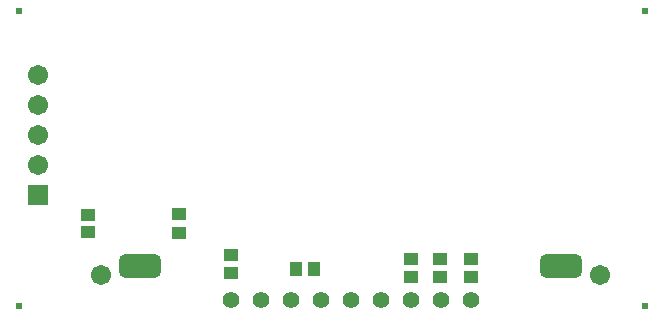
<source format=gbs>
G04*
G04 #@! TF.GenerationSoftware,Altium Limited,Altium Designer,22.4.2 (48)*
G04*
G04 Layer_Color=16711935*
%FSLAX25Y25*%
%MOIN*%
G70*
G04*
G04 #@! TF.SameCoordinates,3C072E9B-22AA-40BF-B50C-96CCD76C562D*
G04*
G04*
G04 #@! TF.FilePolarity,Negative*
G04*
G01*
G75*
G04:AMPARAMS|DCode=12|XSize=141.86mil|YSize=78.87mil|CornerRadius=21.72mil|HoleSize=0mil|Usage=FLASHONLY|Rotation=0.000|XOffset=0mil|YOffset=0mil|HoleType=Round|Shape=RoundedRectangle|*
%AMROUNDEDRECTD12*
21,1,0.14186,0.03543,0,0,0.0*
21,1,0.09843,0.07887,0,0,0.0*
1,1,0.04343,0.04921,-0.01772*
1,1,0.04343,-0.04921,-0.01772*
1,1,0.04343,-0.04921,0.01772*
1,1,0.04343,0.04921,0.01772*
%
%ADD12ROUNDEDRECTD12*%
%ADD13C,0.02375*%
%ADD14C,0.05524*%
%ADD15C,0.06706*%
%ADD16R,0.06706X0.06706*%
%ADD29R,0.04540X0.03950*%
%ADD30R,0.03950X0.04540*%
D12*
X50157Y23228D02*
D03*
X190315D02*
D03*
D13*
X218504Y108268D02*
D03*
Y9843D02*
D03*
X9843Y108268D02*
D03*
Y9843D02*
D03*
D14*
X80236Y11811D02*
D03*
X90236D02*
D03*
X100236D02*
D03*
X110236D02*
D03*
X140236D02*
D03*
X150236D02*
D03*
X160236D02*
D03*
X120236D02*
D03*
X130236D02*
D03*
D15*
X203307Y20079D02*
D03*
X37165D02*
D03*
X16043Y56929D02*
D03*
Y66929D02*
D03*
Y76929D02*
D03*
Y86929D02*
D03*
D16*
Y46929D02*
D03*
D29*
X32579Y34350D02*
D03*
Y40256D02*
D03*
X160236Y19488D02*
D03*
X140256Y25591D02*
D03*
Y19488D02*
D03*
X150197Y25591D02*
D03*
Y19488D02*
D03*
X160236Y25591D02*
D03*
X80216Y26870D02*
D03*
Y20965D02*
D03*
X62992Y34252D02*
D03*
Y40354D02*
D03*
D30*
X108071Y22244D02*
D03*
X102165D02*
D03*
M02*

</source>
